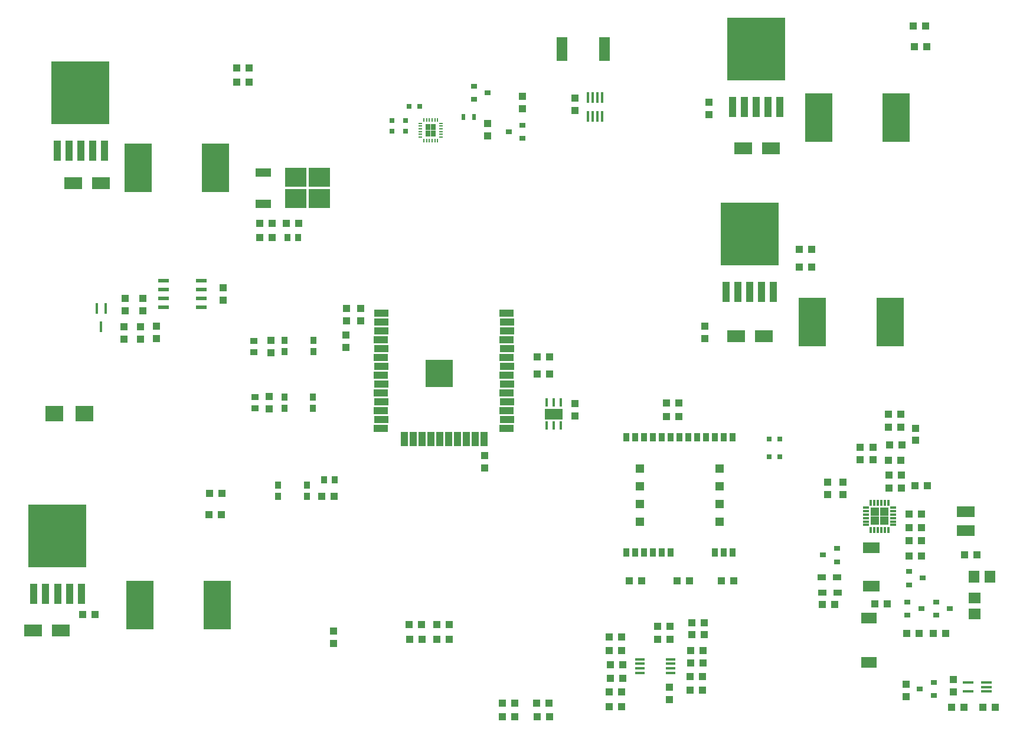
<source format=gbr>
G04 #@! TF.GenerationSoftware,KiCad,Pcbnew,5.0.0-rc2-unknown-2cb65f9~65~ubuntu18.04.1*
G04 #@! TF.CreationDate,2018-06-05T18:41:42-05:00*
G04 #@! TF.ProjectId,open-dash-daughterboard,6F70656E2D646173682D646175676874,rev?*
G04 #@! TF.SameCoordinates,Original*
G04 #@! TF.FileFunction,Paste,Top*
G04 #@! TF.FilePolarity,Positive*
%FSLAX46Y46*%
G04 Gerber Fmt 4.6, Leading zero omitted, Abs format (unit mm)*
G04 Created by KiCad (PCBNEW 5.0.0-rc2-unknown-2cb65f9~65~ubuntu18.04.1) date Tue Jun  5 18:41:42 2018*
%MOMM*%
%LPD*%
G01*
G04 APERTURE LIST*
%ADD10R,2.000000X1.000000*%
%ADD11R,1.000000X2.000000*%
%ADD12R,4.000000X4.000000*%
%ADD13R,0.900000X0.800000*%
%ADD14R,4.000000X7.000000*%
%ADD15R,0.995000X1.000000*%
%ADD16R,2.500000X2.300000*%
%ADD17R,1.070000X3.000000*%
%ADD18R,8.330000X9.000000*%
%ADD19R,0.820000X1.000000*%
%ADD20R,1.500000X1.780000*%
%ADD21R,1.780000X1.500000*%
%ADD22R,2.540000X1.500000*%
%ADD23R,0.450000X1.250000*%
%ADD24R,2.500000X1.600000*%
%ADD25R,1.000000X0.995000*%
%ADD26R,1.000000X0.820000*%
%ADD27R,2.500000X1.800000*%
%ADD28R,2.200000X1.200000*%
%ADD29R,3.050000X2.750000*%
%ADD30R,0.450000X1.500000*%
%ADD31R,1.550000X0.600000*%
%ADD32R,0.750000X0.800000*%
%ADD33R,0.800000X0.750000*%
%ADD34R,0.900000X1.000000*%
%ADD35R,1.200000X0.900000*%
%ADD36R,2.200000X1.500000*%
%ADD37R,2.400000X1.500000*%
%ADD38R,0.400000X1.560000*%
%ADD39R,1.300000X1.300000*%
%ADD40R,0.850000X0.300000*%
%ADD41R,0.300000X0.850000*%
%ADD42R,0.500000X0.900000*%
%ADD43R,1.500000X0.400000*%
%ADD44R,0.800000X0.875000*%
%ADD45R,0.550000X0.200000*%
%ADD46R,0.200000X0.550000*%
%ADD47R,0.900000X1.200000*%
%ADD48R,1.270000X1.270000*%
%ADD49R,1.450000X0.450000*%
%ADD50R,1.495000X3.400000*%
G04 APERTURE END LIST*
D10*
G04 #@! TO.C,U6*
X127707000Y-88647000D03*
X145741000Y-88675000D03*
D11*
X141169000Y-104141000D03*
X142439000Y-104141000D03*
X136089000Y-104141000D03*
X137359000Y-104141000D03*
X139899000Y-104141000D03*
X138629000Y-104141000D03*
X133549000Y-104141000D03*
X134819000Y-104141000D03*
X132279000Y-104141000D03*
X131009000Y-104141000D03*
D10*
X145725000Y-86127000D03*
X145741000Y-87405000D03*
X145741000Y-91215000D03*
X145725000Y-89937000D03*
X145725000Y-95017000D03*
X145741000Y-96295000D03*
X145741000Y-93755000D03*
X145725000Y-92477000D03*
X145725000Y-102637000D03*
X145725000Y-100097000D03*
X145741000Y-101375000D03*
X145741000Y-98835000D03*
X145725000Y-97557000D03*
X127691000Y-97557000D03*
X127707000Y-98835000D03*
X127707000Y-101375000D03*
X127691000Y-100097000D03*
X127691000Y-102637000D03*
X127691000Y-92477000D03*
X127707000Y-93755000D03*
X127707000Y-96295000D03*
X127691000Y-95017000D03*
X127691000Y-89937000D03*
X127707000Y-91215000D03*
X127707000Y-87377000D03*
X127707000Y-86107000D03*
D12*
X136033120Y-94793800D03*
G04 #@! TD*
D13*
G04 #@! TO.C,Q1*
X205000000Y-140000000D03*
X207000000Y-139050000D03*
X207000000Y-140950000D03*
G04 #@! TD*
D14*
G04 #@! TO.C,L1*
X103976000Y-65315000D03*
X92876000Y-65315000D03*
G04 #@! TD*
D15*
G04 #@! TO.C,R48*
X174087500Y-132200000D03*
X172312500Y-132200000D03*
G04 #@! TD*
D16*
G04 #@! TO.C,D1*
X85150000Y-100500000D03*
X80850000Y-100500000D03*
G04 #@! TD*
D17*
G04 #@! TO.C,U1*
X88036000Y-62894000D03*
X86336000Y-62894000D03*
X82936000Y-62894000D03*
X84636000Y-62894000D03*
X81236000Y-62894000D03*
D18*
X84596000Y-54594000D03*
G04 #@! TD*
G04 #@! TO.C,U2*
X81272000Y-118041000D03*
D17*
X77912000Y-126341000D03*
X81312000Y-126341000D03*
X79612000Y-126341000D03*
X83012000Y-126341000D03*
X84712000Y-126341000D03*
G04 #@! TD*
G04 #@! TO.C,U3*
X184923000Y-56560000D03*
X183223000Y-56560000D03*
X179823000Y-56560000D03*
X181523000Y-56560000D03*
X178123000Y-56560000D03*
D18*
X181483000Y-48260000D03*
G04 #@! TD*
D14*
G04 #@! TO.C,L3*
X201577000Y-58093000D03*
X190477000Y-58093000D03*
G04 #@! TD*
G04 #@! TO.C,L4*
X189588000Y-87430000D03*
X200688000Y-87430000D03*
G04 #@! TD*
D19*
G04 #@! TO.C,D6*
X114243000Y-75343000D03*
X115843000Y-75343000D03*
G04 #@! TD*
D14*
G04 #@! TO.C,L2*
X104208000Y-128000000D03*
X93108000Y-128000000D03*
G04 #@! TD*
D20*
G04 #@! TO.C,L5*
X212790000Y-123900000D03*
X215050000Y-123900000D03*
G04 #@! TD*
D21*
G04 #@! TO.C,L6*
X212800000Y-126990000D03*
X212800000Y-129250000D03*
G04 #@! TD*
D22*
G04 #@! TO.C,L9*
X211600000Y-114550000D03*
X211600000Y-117320000D03*
G04 #@! TD*
D17*
G04 #@! TO.C,U4*
X183986000Y-83104000D03*
X182286000Y-83104000D03*
X178886000Y-83104000D03*
X180586000Y-83104000D03*
X177186000Y-83104000D03*
D18*
X180546000Y-74804000D03*
G04 #@! TD*
D23*
G04 #@! TO.C,U9*
X151472000Y-102250000D03*
X152472000Y-102250000D03*
X153472000Y-102250000D03*
X152472000Y-98950000D03*
X151472000Y-98950000D03*
X153472000Y-98950000D03*
D24*
X152472000Y-100600000D03*
G04 #@! TD*
D15*
G04 #@! TO.C,C9*
X115930500Y-73311000D03*
X114155500Y-73311000D03*
G04 #@! TD*
D25*
G04 #@! TO.C,C10*
X122754000Y-85473500D03*
X122754000Y-87248500D03*
G04 #@! TD*
G04 #@! TO.C,C11*
X124786000Y-85473500D03*
X124786000Y-87248500D03*
G04 #@! TD*
G04 #@! TO.C,C15*
X105050000Y-84297500D03*
X105050000Y-82522500D03*
G04 #@! TD*
G04 #@! TO.C,C16*
X90860000Y-88072500D03*
X90860000Y-89847500D03*
G04 #@! TD*
G04 #@! TO.C,C17*
X93190000Y-89847500D03*
X93190000Y-88072500D03*
G04 #@! TD*
G04 #@! TO.C,C18*
X155500000Y-99112500D03*
X155500000Y-100887500D03*
G04 #@! TD*
G04 #@! TO.C,C19*
X155500000Y-57087500D03*
X155500000Y-55312500D03*
G04 #@! TD*
D15*
G04 #@! TO.C,C20*
X145112500Y-142000000D03*
X146887500Y-142000000D03*
G04 #@! TD*
G04 #@! TO.C,C21*
X146887500Y-144000000D03*
X145112500Y-144000000D03*
G04 #@! TD*
G04 #@! TO.C,C23*
X131747346Y-130725953D03*
X133522346Y-130725953D03*
G04 #@! TD*
G04 #@! TO.C,C24*
X133580346Y-132859953D03*
X131805346Y-132859953D03*
G04 #@! TD*
D25*
G04 #@! TO.C,C25*
X120904000Y-133475500D03*
X120904000Y-131700500D03*
G04 #@! TD*
D15*
G04 #@! TO.C,C26*
X211412500Y-120800000D03*
X213187500Y-120800000D03*
G04 #@! TD*
G04 #@! TO.C,C27*
X191012500Y-127900000D03*
X192787500Y-127900000D03*
G04 #@! TD*
G04 #@! TO.C,C28*
X211287500Y-142600000D03*
X209512500Y-142600000D03*
G04 #@! TD*
G04 #@! TO.C,C29*
X206912500Y-132000000D03*
X208687500Y-132000000D03*
G04 #@! TD*
D25*
G04 #@! TO.C,C30*
X203000000Y-141087500D03*
X203000000Y-139312500D03*
G04 #@! TD*
D15*
G04 #@! TO.C,C31*
X204313735Y-110869116D03*
X206088735Y-110869116D03*
G04 #@! TD*
G04 #@! TO.C,C32*
X202275000Y-100600000D03*
X200500000Y-100600000D03*
G04 #@! TD*
G04 #@! TO.C,C33*
X202275000Y-102500000D03*
X200500000Y-102500000D03*
G04 #@! TD*
G04 #@! TO.C,C34*
X205187500Y-120900000D03*
X203412500Y-120900000D03*
G04 #@! TD*
G04 #@! TO.C,C35*
X200300000Y-127800000D03*
X198525000Y-127800000D03*
G04 #@! TD*
D25*
G04 #@! TO.C,C36*
X193926235Y-112106616D03*
X193926235Y-110331616D03*
G04 #@! TD*
G04 #@! TO.C,C37*
X198276235Y-107106616D03*
X198276235Y-105331616D03*
G04 #@! TD*
G04 #@! TO.C,C38*
X196426235Y-107106616D03*
X196426235Y-105331616D03*
G04 #@! TD*
G04 #@! TO.C,C39*
X191776235Y-112106616D03*
X191776235Y-110331616D03*
G04 #@! TD*
D15*
G04 #@! TO.C,C40*
X200538735Y-111169116D03*
X202313735Y-111169116D03*
G04 #@! TD*
G04 #@! TO.C,C41*
X202301235Y-109319116D03*
X200526235Y-109319116D03*
G04 #@! TD*
D19*
G04 #@! TO.C,D10*
X119500000Y-110000000D03*
X121100000Y-110000000D03*
G04 #@! TD*
D26*
G04 #@! TO.C,D11*
X109500000Y-91700000D03*
X109500000Y-90100000D03*
G04 #@! TD*
D25*
G04 #@! TO.C,R3*
X174117000Y-89787500D03*
X174117000Y-88012500D03*
G04 #@! TD*
D15*
G04 #@! TO.C,R10*
X103000000Y-115000000D03*
X104775000Y-115000000D03*
G04 #@! TD*
G04 #@! TO.C,R11*
X104887500Y-112000000D03*
X103112500Y-112000000D03*
G04 #@! TD*
G04 #@! TO.C,R12*
X110345500Y-75343000D03*
X112120500Y-75343000D03*
G04 #@! TD*
G04 #@! TO.C,R13*
X151900000Y-94900000D03*
X150125000Y-94900000D03*
G04 #@! TD*
G04 #@! TO.C,R14*
X150112500Y-92400000D03*
X151887500Y-92400000D03*
G04 #@! TD*
D25*
G04 #@! TO.C,R15*
X142566000Y-106555500D03*
X142566000Y-108330500D03*
G04 #@! TD*
G04 #@! TO.C,R18*
X95470000Y-89817500D03*
X95470000Y-88042500D03*
G04 #@! TD*
G04 #@! TO.C,R19*
X91000000Y-84000000D03*
X91000000Y-85775000D03*
G04 #@! TD*
G04 #@! TO.C,R20*
X93500000Y-85775000D03*
X93500000Y-84000000D03*
G04 #@! TD*
D15*
G04 #@! TO.C,R22*
X137522346Y-130725953D03*
X135747346Y-130725953D03*
G04 #@! TD*
G04 #@! TO.C,R23*
X135747346Y-132889000D03*
X137522346Y-132889000D03*
G04 #@! TD*
G04 #@! TO.C,R24*
X215775000Y-142600000D03*
X214000000Y-142600000D03*
G04 #@! TD*
D25*
G04 #@! TO.C,R25*
X209800000Y-138612500D03*
X209800000Y-140387500D03*
G04 #@! TD*
D15*
G04 #@! TO.C,R26*
X203112500Y-132000000D03*
X204887500Y-132000000D03*
G04 #@! TD*
G04 #@! TO.C,R27*
X202288735Y-107219116D03*
X200513735Y-107219116D03*
G04 #@! TD*
G04 #@! TO.C,R28*
X202387500Y-105000000D03*
X200612500Y-105000000D03*
G04 #@! TD*
D25*
G04 #@! TO.C,R29*
X204400000Y-102612500D03*
X204400000Y-104387500D03*
G04 #@! TD*
D15*
G04 #@! TO.C,R30*
X203412500Y-118700000D03*
X205187500Y-118700000D03*
G04 #@! TD*
G04 #@! TO.C,R31*
X205187500Y-116900000D03*
X203412500Y-116900000D03*
G04 #@! TD*
G04 #@! TO.C,R32*
X203400000Y-114900000D03*
X205175000Y-114900000D03*
G04 #@! TD*
D25*
G04 #@! TO.C,R38*
X111900000Y-91787500D03*
X111900000Y-90012500D03*
G04 #@! TD*
D26*
G04 #@! TO.C,D12*
X109600000Y-99800000D03*
X109600000Y-98200000D03*
G04 #@! TD*
D15*
G04 #@! TO.C,R1*
X86652500Y-129343000D03*
X84877500Y-129343000D03*
G04 #@! TD*
D25*
G04 #@! TO.C,R2*
X174752000Y-55881500D03*
X174752000Y-57656500D03*
G04 #@! TD*
D15*
G04 #@! TO.C,R4*
X108775000Y-51000000D03*
X107000000Y-51000000D03*
G04 #@! TD*
G04 #@! TO.C,R5*
X107025000Y-53000000D03*
X108800000Y-53000000D03*
G04 #@! TD*
G04 #@! TO.C,R6*
X204225000Y-48000000D03*
X206000000Y-48000000D03*
G04 #@! TD*
G04 #@! TO.C,R7*
X204000000Y-45000000D03*
X205775000Y-45000000D03*
G04 #@! TD*
G04 #@! TO.C,R8*
X187725000Y-79500000D03*
X189500000Y-79500000D03*
G04 #@! TD*
G04 #@! TO.C,R9*
X187725000Y-77000000D03*
X189500000Y-77000000D03*
G04 #@! TD*
D25*
G04 #@! TO.C,R39*
X111700000Y-99887500D03*
X111700000Y-98112500D03*
G04 #@! TD*
D27*
G04 #@! TO.C,D2*
X83533000Y-67547000D03*
X87533000Y-67547000D03*
G04 #@! TD*
G04 #@! TO.C,D3*
X81796000Y-131629000D03*
X77796000Y-131629000D03*
G04 #@! TD*
G04 #@! TO.C,D5*
X182594000Y-89408000D03*
X178594000Y-89408000D03*
G04 #@! TD*
G04 #@! TO.C,D4*
X183610000Y-62484000D03*
X179610000Y-62484000D03*
G04 #@! TD*
D28*
G04 #@! TO.C,U5*
X110843000Y-65951000D03*
X110843000Y-70511000D03*
D29*
X118818000Y-69756000D03*
X115468000Y-66706000D03*
X118818000Y-66706000D03*
X115468000Y-69756000D03*
G04 #@! TD*
D15*
G04 #@! TO.C,C12*
X110345500Y-73311000D03*
X112120500Y-73311000D03*
G04 #@! TD*
D25*
G04 #@! TO.C,R16*
X122690000Y-89305000D03*
X122690000Y-91080000D03*
G04 #@! TD*
D15*
G04 #@! TO.C,R17*
X119225000Y-112400000D03*
X121000000Y-112400000D03*
G04 #@! TD*
D13*
G04 #@! TO.C,Q5*
X141000000Y-53600000D03*
X141000000Y-55500000D03*
X143000000Y-54550000D03*
G04 #@! TD*
D30*
G04 #@! TO.C,D7*
X88200000Y-85470000D03*
X86900000Y-85470000D03*
X87550000Y-88130000D03*
G04 #@! TD*
D31*
G04 #@! TO.C,U8*
X101910000Y-85285000D03*
X101910000Y-84015000D03*
X101910000Y-82745000D03*
X101910000Y-81475000D03*
X96510000Y-81475000D03*
X96510000Y-82745000D03*
X96510000Y-84015000D03*
X96510000Y-85285000D03*
G04 #@! TD*
D13*
G04 #@! TO.C,Q4*
X148000000Y-61110000D03*
X148000000Y-59210000D03*
X146000000Y-60160000D03*
G04 #@! TD*
D25*
G04 #@! TO.C,R40*
X148000000Y-56887500D03*
X148000000Y-55112500D03*
G04 #@! TD*
G04 #@! TO.C,R41*
X143000000Y-60775000D03*
X143000000Y-59000000D03*
G04 #@! TD*
D32*
G04 #@! TO.C,C13*
X131200000Y-58550000D03*
X131200000Y-60050000D03*
G04 #@! TD*
G04 #@! TO.C,C14*
X129300000Y-60050000D03*
X129300000Y-58550000D03*
G04 #@! TD*
D33*
G04 #@! TO.C,C46*
X131750000Y-56500000D03*
X133250000Y-56500000D03*
G04 #@! TD*
D34*
G04 #@! TO.C,FACTORY1*
X112950000Y-110800000D03*
X112950000Y-112400000D03*
X117050000Y-110800000D03*
X117050000Y-112400000D03*
G04 #@! TD*
D35*
G04 #@! TO.C,L7*
X193200000Y-126200000D03*
X191000000Y-126200000D03*
G04 #@! TD*
G04 #@! TO.C,L8*
X193100000Y-124000000D03*
X190900000Y-124000000D03*
G04 #@! TD*
D36*
G04 #@! TO.C,L10*
X197700000Y-136200000D03*
X197700000Y-129800000D03*
G04 #@! TD*
D37*
G04 #@! TO.C,L11*
X198000000Y-125250000D03*
X198000000Y-119750000D03*
G04 #@! TD*
D34*
G04 #@! TO.C,PROG1*
X117950000Y-99800000D03*
X117950000Y-98200000D03*
X113850000Y-99800000D03*
X113850000Y-98200000D03*
G04 #@! TD*
D13*
G04 #@! TO.C,Q2*
X205400000Y-124100000D03*
X203400000Y-125050000D03*
X203400000Y-123150000D03*
G04 #@! TD*
G04 #@! TO.C,Q3*
X203200000Y-127550000D03*
X203200000Y-129450000D03*
X205200000Y-128500000D03*
G04 #@! TD*
D34*
G04 #@! TO.C,REBOOT1*
X113876000Y-90074000D03*
X113876000Y-91674000D03*
X117976000Y-90074000D03*
X117976000Y-91674000D03*
G04 #@! TD*
D38*
G04 #@! TO.C,U10*
X159380000Y-55250000D03*
X158730000Y-55250000D03*
X158070000Y-55250000D03*
X157420000Y-55250000D03*
X157420000Y-57950000D03*
X158070000Y-57950000D03*
X158730000Y-57950000D03*
X159380000Y-57950000D03*
G04 #@! TD*
D39*
G04 #@! TO.C,U12*
X198566235Y-115889116D03*
X199866235Y-115889116D03*
X198566235Y-114589116D03*
X199866235Y-114589116D03*
D40*
X197266235Y-116489116D03*
X197266235Y-115989116D03*
X197266235Y-115489116D03*
X197266235Y-114989116D03*
X197266235Y-114489116D03*
X197266235Y-113989116D03*
D41*
X197966235Y-113289116D03*
X198466235Y-113289116D03*
X198966235Y-113289116D03*
X199466235Y-113289116D03*
X199966235Y-113289116D03*
X200466235Y-113289116D03*
D40*
X201166235Y-113989116D03*
X201166235Y-114489116D03*
X201166235Y-114989116D03*
X201166235Y-115489116D03*
X201166235Y-115989116D03*
X201166235Y-116489116D03*
D41*
X200466235Y-117189116D03*
X199966235Y-117189116D03*
X199466235Y-117189116D03*
X198966235Y-117189116D03*
X198466235Y-117189116D03*
X197966235Y-117189116D03*
G04 #@! TD*
D42*
G04 #@! TO.C,R37*
X139500000Y-58000000D03*
X141000000Y-58000000D03*
G04 #@! TD*
D13*
G04 #@! TO.C,D8*
X193100000Y-121750000D03*
X193100000Y-119850000D03*
X191100000Y-120800000D03*
G04 #@! TD*
G04 #@! TO.C,D9*
X209300000Y-128500000D03*
X207300000Y-129450000D03*
X207300000Y-127550000D03*
G04 #@! TD*
D43*
G04 #@! TO.C,U18*
X211870000Y-140350000D03*
X211870000Y-139050000D03*
X214530000Y-139050000D03*
X214530000Y-139700000D03*
X214530000Y-140350000D03*
G04 #@! TD*
D44*
G04 #@! TO.C,U17*
X135224000Y-59497000D03*
X134424000Y-59497000D03*
X135224000Y-60367000D03*
X134424000Y-60367000D03*
D45*
X136324000Y-58932000D03*
X136324000Y-59332000D03*
X136324000Y-59732000D03*
X136324000Y-60132000D03*
X136324000Y-60532000D03*
X136324000Y-60932000D03*
D46*
X135824000Y-61432000D03*
X135424000Y-61432000D03*
X135024000Y-61432000D03*
X134624000Y-61432000D03*
X134224000Y-61432000D03*
X133824000Y-61432000D03*
D45*
X133324000Y-60932000D03*
X133324000Y-60532000D03*
X133324000Y-60132000D03*
X133324000Y-59732000D03*
X133324000Y-59332000D03*
X133324000Y-58932000D03*
D46*
X133824000Y-58432000D03*
X134224000Y-58432000D03*
X134624000Y-58432000D03*
X135024000Y-58432000D03*
X135424000Y-58432000D03*
X135824000Y-58432000D03*
G04 #@! TD*
D33*
G04 #@! TO.C,C42*
X184900000Y-104140000D03*
X183400000Y-104140000D03*
G04 #@! TD*
G04 #@! TO.C,C43*
X183400000Y-106680000D03*
X184900000Y-106680000D03*
G04 #@! TD*
D47*
G04 #@! TO.C,U13*
X162910000Y-120450000D03*
X175610000Y-120450000D03*
X178150000Y-103940000D03*
D48*
X164815000Y-116005000D03*
X164815000Y-113465000D03*
X164815000Y-110925000D03*
X164815000Y-108385000D03*
X176245000Y-116005000D03*
X176245000Y-113465000D03*
X176245000Y-110925000D03*
X176245000Y-108385000D03*
D47*
X164180000Y-120450000D03*
X165450000Y-120450000D03*
X166720000Y-120450000D03*
X167990000Y-120450000D03*
X169260000Y-120450000D03*
X176880000Y-120450000D03*
X178150000Y-120450000D03*
X176880000Y-103940000D03*
X175610000Y-103940000D03*
X174340000Y-103940000D03*
X173070000Y-103940000D03*
X171800000Y-103940000D03*
X170530000Y-103940000D03*
X169260000Y-103940000D03*
X167990000Y-103940000D03*
X166720000Y-103940000D03*
X165450000Y-103940000D03*
X164180000Y-103940000D03*
X162910000Y-103940000D03*
G04 #@! TD*
D15*
G04 #@! TO.C,R33*
X168612500Y-99000000D03*
X170387500Y-99000000D03*
G04 #@! TD*
G04 #@! TO.C,R34*
X176512500Y-124460000D03*
X178287500Y-124460000D03*
G04 #@! TD*
G04 #@! TO.C,R35*
X165100000Y-124460000D03*
X163325000Y-124460000D03*
G04 #@! TD*
G04 #@! TO.C,R36*
X170387500Y-101000000D03*
X168612500Y-101000000D03*
G04 #@! TD*
G04 #@! TO.C,R42*
X170180000Y-124460000D03*
X171955000Y-124460000D03*
G04 #@! TD*
G04 #@! TO.C,R43*
X160612500Y-138500000D03*
X162387500Y-138500000D03*
G04 #@! TD*
G04 #@! TO.C,R44*
X160400000Y-140400000D03*
X162175000Y-140400000D03*
G04 #@! TD*
G04 #@! TO.C,R45*
X160400000Y-134500000D03*
X162175000Y-134500000D03*
G04 #@! TD*
G04 #@! TO.C,R46*
X173887500Y-136300000D03*
X172112500Y-136300000D03*
G04 #@! TD*
G04 #@! TO.C,R47*
X172025000Y-138187500D03*
X173800000Y-138187500D03*
G04 #@! TD*
D49*
G04 #@! TO.C,U19*
X164800000Y-135725000D03*
X164800000Y-136375000D03*
X164800000Y-137025000D03*
X164800000Y-137675000D03*
X169200000Y-137675000D03*
X169200000Y-137025000D03*
X169200000Y-136375000D03*
X169200000Y-135725000D03*
G04 #@! TD*
D15*
G04 #@! TO.C,C49*
X169187500Y-131000000D03*
X167412500Y-131000000D03*
G04 #@! TD*
G04 #@! TO.C,R49*
X151775000Y-142000000D03*
X150000000Y-142000000D03*
G04 #@! TD*
G04 #@! TO.C,R50*
X150112500Y-144000000D03*
X151887500Y-144000000D03*
G04 #@! TD*
G04 #@! TO.C,C44*
X160612500Y-136500000D03*
X162387500Y-136500000D03*
G04 #@! TD*
G04 #@! TO.C,C45*
X162187500Y-142500000D03*
X160412500Y-142500000D03*
G04 #@! TD*
G04 #@! TO.C,C47*
X160412500Y-132500000D03*
X162187500Y-132500000D03*
G04 #@! TD*
G04 #@! TO.C,C51*
X172112500Y-134500000D03*
X173887500Y-134500000D03*
G04 #@! TD*
G04 #@! TO.C,C52*
X173800000Y-140200000D03*
X172025000Y-140200000D03*
G04 #@! TD*
G04 #@! TO.C,C53*
X174087500Y-130500000D03*
X172312500Y-130500000D03*
G04 #@! TD*
D25*
G04 #@! TO.C,C48*
X169100000Y-139712500D03*
X169100000Y-141487500D03*
G04 #@! TD*
D15*
G04 #@! TO.C,C50*
X167412500Y-132900000D03*
X169187500Y-132900000D03*
G04 #@! TD*
D50*
G04 #@! TO.C,R21*
X153682500Y-48300000D03*
X159717500Y-48300000D03*
G04 #@! TD*
M02*

</source>
